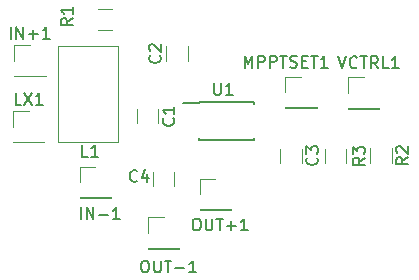
<source format=gbr>
G04 #@! TF.GenerationSoftware,KiCad,Pcbnew,(5.1.0)-1*
G04 #@! TF.CreationDate,2020-01-06T22:37:38-04:00*
G04 #@! TF.ProjectId,main,6d61696e-2e6b-4696-9361-645f70636258,rev?*
G04 #@! TF.SameCoordinates,Original*
G04 #@! TF.FileFunction,Legend,Top*
G04 #@! TF.FilePolarity,Positive*
%FSLAX46Y46*%
G04 Gerber Fmt 4.6, Leading zero omitted, Abs format (unit mm)*
G04 Created by KiCad (PCBNEW (5.1.0)-1) date 2020-01-06 22:37:38*
%MOMM*%
%LPD*%
G04 APERTURE LIST*
%ADD10C,0.150000*%
%ADD11C,0.120000*%
G04 APERTURE END LIST*
D10*
X143877400Y-75362400D02*
X143877400Y-75462400D01*
X148527400Y-75362400D02*
X148527400Y-75562400D01*
X148527400Y-78612400D02*
X148527400Y-78412400D01*
X143877400Y-78612400D02*
X143877400Y-78412400D01*
X143877400Y-75362400D02*
X148527400Y-75362400D01*
X143877400Y-78612400D02*
X148527400Y-78612400D01*
X143877400Y-75462400D02*
X142527400Y-75462400D01*
D11*
X140457600Y-75990036D02*
X140457600Y-77194164D01*
X138637600Y-75990036D02*
X138637600Y-77194164D01*
X142946800Y-71874464D02*
X142946800Y-70670336D01*
X141126800Y-71874464D02*
X141126800Y-70670336D01*
X150791500Y-79317436D02*
X150791500Y-80521564D01*
X152611500Y-79317436D02*
X152611500Y-80521564D01*
X141816500Y-81285936D02*
X141816500Y-82490064D01*
X139996500Y-81285936D02*
X139996500Y-82490064D01*
X128260800Y-73212000D02*
X130920800Y-73212000D01*
X128260800Y-73152000D02*
X128260800Y-73212000D01*
X130920800Y-73152000D02*
X130920800Y-73212000D01*
X128260800Y-73152000D02*
X130920800Y-73152000D01*
X128260800Y-71882000D02*
X128260800Y-70552000D01*
X128260800Y-70552000D02*
X129590800Y-70552000D01*
X133798000Y-80864400D02*
X135128000Y-80864400D01*
X133798000Y-82194400D02*
X133798000Y-80864400D01*
X133798000Y-83464400D02*
X136458000Y-83464400D01*
X136458000Y-83464400D02*
X136458000Y-83524400D01*
X133798000Y-83464400D02*
X133798000Y-83524400D01*
X133798000Y-83524400D02*
X136458000Y-83524400D01*
X137007600Y-70612000D02*
X137007600Y-78740000D01*
X137007600Y-78740000D02*
X131927600Y-78740000D01*
X131927600Y-78740000D02*
X131927600Y-70612000D01*
X131927600Y-70612000D02*
X137007600Y-70612000D01*
X128159200Y-78800000D02*
X130819200Y-78800000D01*
X128159200Y-78740000D02*
X128159200Y-78800000D01*
X130819200Y-78740000D02*
X130819200Y-78800000D01*
X128159200Y-78740000D02*
X130819200Y-78740000D01*
X128159200Y-77470000D02*
X128159200Y-76140000D01*
X128159200Y-76140000D02*
X129489200Y-76140000D01*
X151222400Y-73244400D02*
X152552400Y-73244400D01*
X151222400Y-74574400D02*
X151222400Y-73244400D01*
X151222400Y-75844400D02*
X153882400Y-75844400D01*
X153882400Y-75844400D02*
X153882400Y-75904400D01*
X151222400Y-75844400D02*
X151222400Y-75904400D01*
X151222400Y-75904400D02*
X153882400Y-75904400D01*
X143958000Y-84540400D02*
X146618000Y-84540400D01*
X143958000Y-84480400D02*
X143958000Y-84540400D01*
X146618000Y-84480400D02*
X146618000Y-84540400D01*
X143958000Y-84480400D02*
X146618000Y-84480400D01*
X143958000Y-83210400D02*
X143958000Y-81880400D01*
X143958000Y-81880400D02*
X145288000Y-81880400D01*
X139589200Y-85131600D02*
X140919200Y-85131600D01*
X139589200Y-86461600D02*
X139589200Y-85131600D01*
X139589200Y-87731600D02*
X142249200Y-87731600D01*
X142249200Y-87731600D02*
X142249200Y-87791600D01*
X139589200Y-87731600D02*
X139589200Y-87791600D01*
X139589200Y-87791600D02*
X142249200Y-87791600D01*
X136542864Y-69286800D02*
X135338736Y-69286800D01*
X136542864Y-67466800D02*
X135338736Y-67466800D01*
X158411500Y-79307936D02*
X158411500Y-80512064D01*
X160231500Y-79307936D02*
X160231500Y-80512064D01*
X154538000Y-80548564D02*
X154538000Y-79344436D01*
X156358000Y-80548564D02*
X156358000Y-79344436D01*
X156505600Y-75955200D02*
X159165600Y-75955200D01*
X156505600Y-75895200D02*
X156505600Y-75955200D01*
X159165600Y-75895200D02*
X159165600Y-75955200D01*
X156505600Y-75895200D02*
X159165600Y-75895200D01*
X156505600Y-74625200D02*
X156505600Y-73295200D01*
X156505600Y-73295200D02*
X157835600Y-73295200D01*
D10*
X145186495Y-73772780D02*
X145186495Y-74582304D01*
X145234114Y-74677542D01*
X145281733Y-74725161D01*
X145376971Y-74772780D01*
X145567447Y-74772780D01*
X145662685Y-74725161D01*
X145710304Y-74677542D01*
X145757923Y-74582304D01*
X145757923Y-73772780D01*
X146757923Y-74772780D02*
X146186495Y-74772780D01*
X146472209Y-74772780D02*
X146472209Y-73772780D01*
X146376971Y-73915638D01*
X146281733Y-74010876D01*
X146186495Y-74058495D01*
X141724742Y-76758766D02*
X141772361Y-76806385D01*
X141819980Y-76949242D01*
X141819980Y-77044480D01*
X141772361Y-77187338D01*
X141677123Y-77282576D01*
X141581885Y-77330195D01*
X141391409Y-77377814D01*
X141248552Y-77377814D01*
X141058076Y-77330195D01*
X140962838Y-77282576D01*
X140867600Y-77187338D01*
X140819980Y-77044480D01*
X140819980Y-76949242D01*
X140867600Y-76806385D01*
X140915219Y-76758766D01*
X141819980Y-75806385D02*
X141819980Y-76377814D01*
X141819980Y-76092100D02*
X140819980Y-76092100D01*
X140962838Y-76187338D01*
X141058076Y-76282576D01*
X141105695Y-76377814D01*
X140573942Y-71439066D02*
X140621561Y-71486685D01*
X140669180Y-71629542D01*
X140669180Y-71724780D01*
X140621561Y-71867638D01*
X140526323Y-71962876D01*
X140431085Y-72010495D01*
X140240609Y-72058114D01*
X140097752Y-72058114D01*
X139907276Y-72010495D01*
X139812038Y-71962876D01*
X139716800Y-71867638D01*
X139669180Y-71724780D01*
X139669180Y-71629542D01*
X139716800Y-71486685D01*
X139764419Y-71439066D01*
X139764419Y-71058114D02*
X139716800Y-71010495D01*
X139669180Y-70915257D01*
X139669180Y-70677161D01*
X139716800Y-70581923D01*
X139764419Y-70534304D01*
X139859657Y-70486685D01*
X139954895Y-70486685D01*
X140097752Y-70534304D01*
X140669180Y-71105733D01*
X140669180Y-70486685D01*
X153878642Y-80086166D02*
X153926261Y-80133785D01*
X153973880Y-80276642D01*
X153973880Y-80371880D01*
X153926261Y-80514738D01*
X153831023Y-80609976D01*
X153735785Y-80657595D01*
X153545309Y-80705214D01*
X153402452Y-80705214D01*
X153211976Y-80657595D01*
X153116738Y-80609976D01*
X153021500Y-80514738D01*
X152973880Y-80371880D01*
X152973880Y-80276642D01*
X153021500Y-80133785D01*
X153069119Y-80086166D01*
X152973880Y-79752833D02*
X152973880Y-79133785D01*
X153354833Y-79467119D01*
X153354833Y-79324261D01*
X153402452Y-79229023D01*
X153450071Y-79181404D01*
X153545309Y-79133785D01*
X153783404Y-79133785D01*
X153878642Y-79181404D01*
X153926261Y-79229023D01*
X153973880Y-79324261D01*
X153973880Y-79609976D01*
X153926261Y-79705214D01*
X153878642Y-79752833D01*
X138669733Y-82043542D02*
X138622114Y-82091161D01*
X138479257Y-82138780D01*
X138384019Y-82138780D01*
X138241161Y-82091161D01*
X138145923Y-81995923D01*
X138098304Y-81900685D01*
X138050685Y-81710209D01*
X138050685Y-81567352D01*
X138098304Y-81376876D01*
X138145923Y-81281638D01*
X138241161Y-81186400D01*
X138384019Y-81138780D01*
X138479257Y-81138780D01*
X138622114Y-81186400D01*
X138669733Y-81234019D01*
X139526876Y-81472114D02*
X139526876Y-82138780D01*
X139288780Y-81091161D02*
X139050685Y-81805447D01*
X139669733Y-81805447D01*
X127971752Y-70004380D02*
X127971752Y-69004380D01*
X128447942Y-70004380D02*
X128447942Y-69004380D01*
X129019371Y-70004380D01*
X129019371Y-69004380D01*
X129495561Y-69623428D02*
X130257466Y-69623428D01*
X129876514Y-70004380D02*
X129876514Y-69242476D01*
X131257466Y-70004380D02*
X130686038Y-70004380D01*
X130971752Y-70004380D02*
X130971752Y-69004380D01*
X130876514Y-69147238D01*
X130781276Y-69242476D01*
X130686038Y-69290095D01*
X133915352Y-85288380D02*
X133915352Y-84288380D01*
X134391542Y-85288380D02*
X134391542Y-84288380D01*
X134962971Y-85288380D01*
X134962971Y-84288380D01*
X135439161Y-84907428D02*
X136201066Y-84907428D01*
X137201066Y-85288380D02*
X136629638Y-85288380D01*
X136915352Y-85288380D02*
X136915352Y-84288380D01*
X136820114Y-84431238D01*
X136724876Y-84526476D01*
X136629638Y-84574095D01*
X134491433Y-80017880D02*
X134015242Y-80017880D01*
X134015242Y-79017880D01*
X135348576Y-80017880D02*
X134777147Y-80017880D01*
X135062861Y-80017880D02*
X135062861Y-79017880D01*
X134967623Y-79160738D01*
X134872385Y-79255976D01*
X134777147Y-79303595D01*
X128846342Y-75592380D02*
X128370152Y-75592380D01*
X128370152Y-74592380D01*
X129084438Y-74592380D02*
X129751104Y-75592380D01*
X129751104Y-74592380D02*
X129084438Y-75592380D01*
X130655866Y-75592380D02*
X130084438Y-75592380D01*
X130370152Y-75592380D02*
X130370152Y-74592380D01*
X130274914Y-74735238D01*
X130179676Y-74830476D01*
X130084438Y-74878095D01*
X147757000Y-72461380D02*
X147757000Y-71461380D01*
X148090333Y-72175666D01*
X148423666Y-71461380D01*
X148423666Y-72461380D01*
X148899857Y-72461380D02*
X148899857Y-71461380D01*
X149280809Y-71461380D01*
X149376047Y-71509000D01*
X149423666Y-71556619D01*
X149471285Y-71651857D01*
X149471285Y-71794714D01*
X149423666Y-71889952D01*
X149376047Y-71937571D01*
X149280809Y-71985190D01*
X148899857Y-71985190D01*
X149899857Y-72461380D02*
X149899857Y-71461380D01*
X150280809Y-71461380D01*
X150376047Y-71509000D01*
X150423666Y-71556619D01*
X150471285Y-71651857D01*
X150471285Y-71794714D01*
X150423666Y-71889952D01*
X150376047Y-71937571D01*
X150280809Y-71985190D01*
X149899857Y-71985190D01*
X150757000Y-71461380D02*
X151328428Y-71461380D01*
X151042714Y-72461380D02*
X151042714Y-71461380D01*
X151614142Y-72413761D02*
X151757000Y-72461380D01*
X151995095Y-72461380D01*
X152090333Y-72413761D01*
X152137952Y-72366142D01*
X152185571Y-72270904D01*
X152185571Y-72175666D01*
X152137952Y-72080428D01*
X152090333Y-72032809D01*
X151995095Y-71985190D01*
X151804619Y-71937571D01*
X151709380Y-71889952D01*
X151661761Y-71842333D01*
X151614142Y-71747095D01*
X151614142Y-71651857D01*
X151661761Y-71556619D01*
X151709380Y-71509000D01*
X151804619Y-71461380D01*
X152042714Y-71461380D01*
X152185571Y-71509000D01*
X152614142Y-71937571D02*
X152947476Y-71937571D01*
X153090333Y-72461380D02*
X152614142Y-72461380D01*
X152614142Y-71461380D01*
X153090333Y-71461380D01*
X153376047Y-71461380D02*
X153947476Y-71461380D01*
X153661761Y-72461380D02*
X153661761Y-71461380D01*
X154804619Y-72461380D02*
X154233190Y-72461380D01*
X154518904Y-72461380D02*
X154518904Y-71461380D01*
X154423666Y-71604238D01*
X154328428Y-71699476D01*
X154233190Y-71747095D01*
X143599161Y-85253580D02*
X143789638Y-85253580D01*
X143884876Y-85301200D01*
X143980114Y-85396438D01*
X144027733Y-85586914D01*
X144027733Y-85920247D01*
X143980114Y-86110723D01*
X143884876Y-86205961D01*
X143789638Y-86253580D01*
X143599161Y-86253580D01*
X143503923Y-86205961D01*
X143408685Y-86110723D01*
X143361066Y-85920247D01*
X143361066Y-85586914D01*
X143408685Y-85396438D01*
X143503923Y-85301200D01*
X143599161Y-85253580D01*
X144456304Y-85253580D02*
X144456304Y-86063104D01*
X144503923Y-86158342D01*
X144551542Y-86205961D01*
X144646780Y-86253580D01*
X144837257Y-86253580D01*
X144932495Y-86205961D01*
X144980114Y-86158342D01*
X145027733Y-86063104D01*
X145027733Y-85253580D01*
X145361066Y-85253580D02*
X145932495Y-85253580D01*
X145646780Y-86253580D02*
X145646780Y-85253580D01*
X146265828Y-85872628D02*
X147027733Y-85872628D01*
X146646780Y-86253580D02*
X146646780Y-85491676D01*
X148027733Y-86253580D02*
X147456304Y-86253580D01*
X147742019Y-86253580D02*
X147742019Y-85253580D01*
X147646780Y-85396438D01*
X147551542Y-85491676D01*
X147456304Y-85539295D01*
X139230361Y-88809580D02*
X139420838Y-88809580D01*
X139516076Y-88857200D01*
X139611314Y-88952438D01*
X139658933Y-89142914D01*
X139658933Y-89476247D01*
X139611314Y-89666723D01*
X139516076Y-89761961D01*
X139420838Y-89809580D01*
X139230361Y-89809580D01*
X139135123Y-89761961D01*
X139039885Y-89666723D01*
X138992266Y-89476247D01*
X138992266Y-89142914D01*
X139039885Y-88952438D01*
X139135123Y-88857200D01*
X139230361Y-88809580D01*
X140087504Y-88809580D02*
X140087504Y-89619104D01*
X140135123Y-89714342D01*
X140182742Y-89761961D01*
X140277980Y-89809580D01*
X140468457Y-89809580D01*
X140563695Y-89761961D01*
X140611314Y-89714342D01*
X140658933Y-89619104D01*
X140658933Y-88809580D01*
X140992266Y-88809580D02*
X141563695Y-88809580D01*
X141277980Y-89809580D02*
X141277980Y-88809580D01*
X141897028Y-89428628D02*
X142658933Y-89428628D01*
X143658933Y-89809580D02*
X143087504Y-89809580D01*
X143373219Y-89809580D02*
X143373219Y-88809580D01*
X143277980Y-88952438D01*
X143182742Y-89047676D01*
X143087504Y-89095295D01*
X133191180Y-68289466D02*
X132714990Y-68622800D01*
X133191180Y-68860895D02*
X132191180Y-68860895D01*
X132191180Y-68479942D01*
X132238800Y-68384704D01*
X132286419Y-68337085D01*
X132381657Y-68289466D01*
X132524514Y-68289466D01*
X132619752Y-68337085D01*
X132667371Y-68384704D01*
X132714990Y-68479942D01*
X132714990Y-68860895D01*
X133191180Y-67337085D02*
X133191180Y-67908514D01*
X133191180Y-67622800D02*
X132191180Y-67622800D01*
X132334038Y-67718038D01*
X132429276Y-67813276D01*
X132476895Y-67908514D01*
X161593880Y-80076666D02*
X161117690Y-80410000D01*
X161593880Y-80648095D02*
X160593880Y-80648095D01*
X160593880Y-80267142D01*
X160641500Y-80171904D01*
X160689119Y-80124285D01*
X160784357Y-80076666D01*
X160927214Y-80076666D01*
X161022452Y-80124285D01*
X161070071Y-80171904D01*
X161117690Y-80267142D01*
X161117690Y-80648095D01*
X160689119Y-79695714D02*
X160641500Y-79648095D01*
X160593880Y-79552857D01*
X160593880Y-79314761D01*
X160641500Y-79219523D01*
X160689119Y-79171904D01*
X160784357Y-79124285D01*
X160879595Y-79124285D01*
X161022452Y-79171904D01*
X161593880Y-79743333D01*
X161593880Y-79124285D01*
X157932380Y-80113166D02*
X157456190Y-80446500D01*
X157932380Y-80684595D02*
X156932380Y-80684595D01*
X156932380Y-80303642D01*
X156980000Y-80208404D01*
X157027619Y-80160785D01*
X157122857Y-80113166D01*
X157265714Y-80113166D01*
X157360952Y-80160785D01*
X157408571Y-80208404D01*
X157456190Y-80303642D01*
X157456190Y-80684595D01*
X156932380Y-79779833D02*
X156932380Y-79160785D01*
X157313333Y-79494119D01*
X157313333Y-79351261D01*
X157360952Y-79256023D01*
X157408571Y-79208404D01*
X157503809Y-79160785D01*
X157741904Y-79160785D01*
X157837142Y-79208404D01*
X157884761Y-79256023D01*
X157932380Y-79351261D01*
X157932380Y-79636976D01*
X157884761Y-79732214D01*
X157837142Y-79779833D01*
X155710261Y-71524880D02*
X156043595Y-72524880D01*
X156376928Y-71524880D01*
X157281690Y-72429642D02*
X157234071Y-72477261D01*
X157091214Y-72524880D01*
X156995976Y-72524880D01*
X156853119Y-72477261D01*
X156757880Y-72382023D01*
X156710261Y-72286785D01*
X156662642Y-72096309D01*
X156662642Y-71953452D01*
X156710261Y-71762976D01*
X156757880Y-71667738D01*
X156853119Y-71572500D01*
X156995976Y-71524880D01*
X157091214Y-71524880D01*
X157234071Y-71572500D01*
X157281690Y-71620119D01*
X157567404Y-71524880D02*
X158138833Y-71524880D01*
X157853119Y-72524880D02*
X157853119Y-71524880D01*
X159043595Y-72524880D02*
X158710261Y-72048690D01*
X158472166Y-72524880D02*
X158472166Y-71524880D01*
X158853119Y-71524880D01*
X158948357Y-71572500D01*
X158995976Y-71620119D01*
X159043595Y-71715357D01*
X159043595Y-71858214D01*
X158995976Y-71953452D01*
X158948357Y-72001071D01*
X158853119Y-72048690D01*
X158472166Y-72048690D01*
X159948357Y-72524880D02*
X159472166Y-72524880D01*
X159472166Y-71524880D01*
X160805500Y-72524880D02*
X160234071Y-72524880D01*
X160519785Y-72524880D02*
X160519785Y-71524880D01*
X160424547Y-71667738D01*
X160329309Y-71762976D01*
X160234071Y-71810595D01*
M02*

</source>
